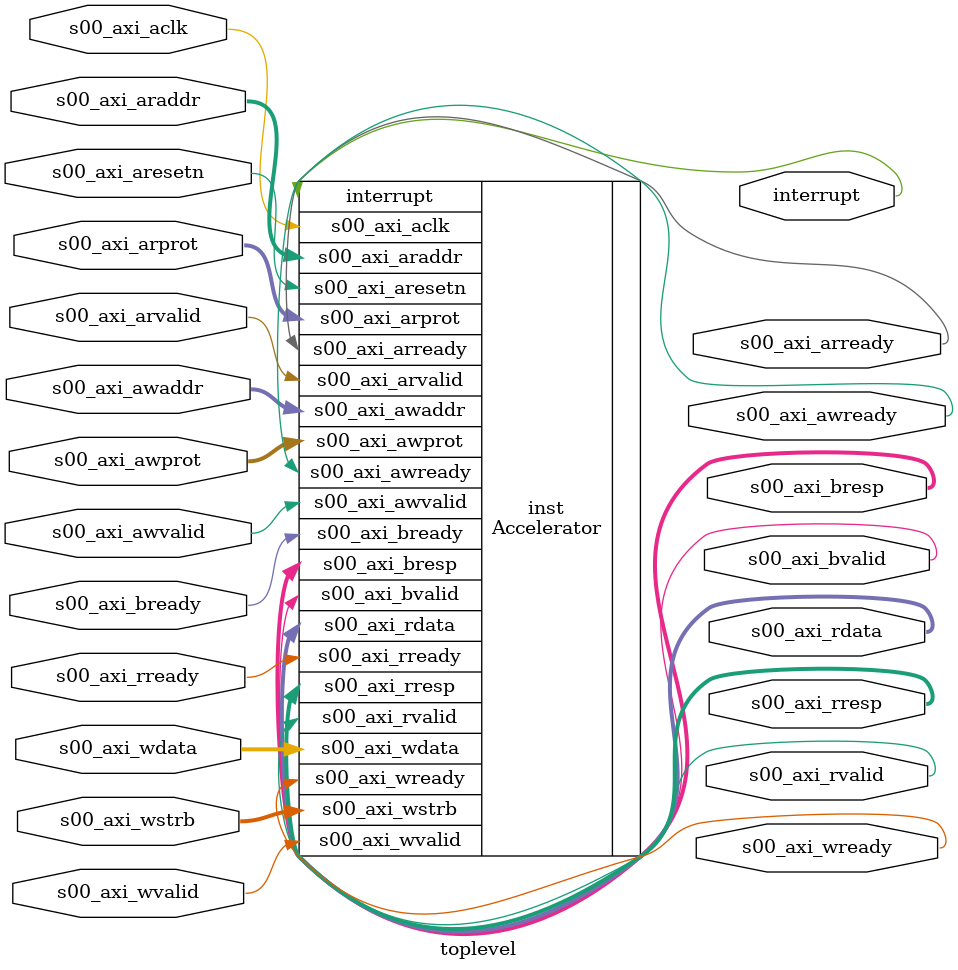
<source format=v>
`timescale 1ns / 1ps


module toplevel#
(
  parameter integer C_S00_AXI_DATA_WIDTH	= 32,
  parameter integer C_S00_AXI_ADDR_WIDTH	= 5
) (
  // Ports of Axi Slave Bus Interface S00_AXI
  input wire  s00_axi_aclk,
  input wire  s00_axi_aresetn,
  input wire [C_S00_AXI_ADDR_WIDTH-1 : 0] s00_axi_awaddr,
  input wire [2 : 0] s00_axi_awprot,
  input wire  s00_axi_awvalid,
  output wire  s00_axi_awready,
  input wire [C_S00_AXI_DATA_WIDTH-1 : 0] s00_axi_wdata,
  input wire [(C_S00_AXI_DATA_WIDTH/8)-1 : 0] s00_axi_wstrb,
  input wire  s00_axi_wvalid,
  output wire  s00_axi_wready,
  output wire [1 : 0] s00_axi_bresp,
  output wire  s00_axi_bvalid,
  input wire  s00_axi_bready,
  input wire [C_S00_AXI_ADDR_WIDTH-1 : 0] s00_axi_araddr,
  input wire [2 : 0] s00_axi_arprot,
  input wire  s00_axi_arvalid,
  output wire  s00_axi_arready,
  output wire [C_S00_AXI_DATA_WIDTH-1 : 0] s00_axi_rdata,
  output wire [1 : 0] s00_axi_rresp,
  output wire  s00_axi_rvalid,
  input wire  s00_axi_rready,
  output wire interrupt
);
    Accelerator #
    (
      .C_S00_AXI_DATA_WIDTH(C_S00_AXI_DATA_WIDTH),
      .C_S00_AXI_ADDR_WIDTH(C_S00_AXI_ADDR_WIDTH)
    ) inst (
      // Ports of Axi Slave Bus Interface S00_AXI
      .s00_axi_aclk(s00_axi_aclk),
      .s00_axi_aresetn(s00_axi_aresetn),
      .s00_axi_awaddr(s00_axi_awaddr),
      .s00_axi_awprot(s00_axi_awprot),
      .s00_axi_awvalid(s00_axi_awvalid),
      .s00_axi_awready(s00_axi_awready),
      .s00_axi_wdata(s00_axi_wdata),
      .s00_axi_wstrb(s00_axi_wstrb),
      .s00_axi_wvalid(s00_axi_wvalid),
      .s00_axi_wready(s00_axi_wready),
      .s00_axi_bresp(s00_axi_bresp),
      .s00_axi_bvalid(s00_axi_bvalid),
      .s00_axi_bready(s00_axi_bready),
      .s00_axi_araddr(s00_axi_araddr),
      .s00_axi_arprot(s00_axi_arprot),
      .s00_axi_arvalid(s00_axi_arvalid),
      .s00_axi_arready(s00_axi_arready),
      .s00_axi_rdata(s00_axi_rdata),
      .s00_axi_rresp(s00_axi_rresp),
      .s00_axi_rvalid(s00_axi_rvalid),
      .s00_axi_rready(s00_axi_rready),
      .interrupt(interrupt)
    );

endmodule

</source>
